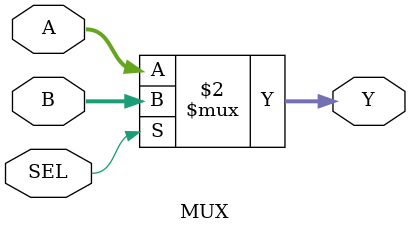
<source format=v>
module MUX(SEL, A, B, Y);
	input SEL;
	input [31:0] A;
	input [31:0] B;

	output [31:0] Y;

	assign Y = (SEL == 0)?A:B;
endmodule

</source>
